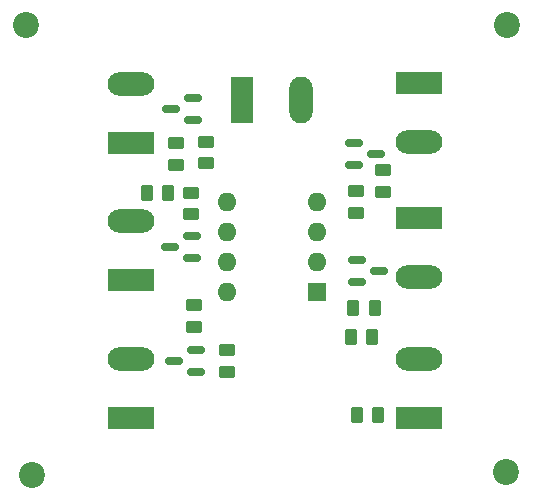
<source format=gbr>
%TF.GenerationSoftware,KiCad,Pcbnew,6.0.10-86aedd382b~118~ubuntu22.10.1*%
%TF.CreationDate,2023-02-01T22:33:22-08:00*%
%TF.ProjectId,lightBoard,6c696768-7442-46f6-9172-642e6b696361,rev?*%
%TF.SameCoordinates,Original*%
%TF.FileFunction,Soldermask,Bot*%
%TF.FilePolarity,Negative*%
%FSLAX46Y46*%
G04 Gerber Fmt 4.6, Leading zero omitted, Abs format (unit mm)*
G04 Created by KiCad (PCBNEW 6.0.10-86aedd382b~118~ubuntu22.10.1) date 2023-02-01 22:33:22*
%MOMM*%
%LPD*%
G01*
G04 APERTURE LIST*
G04 Aperture macros list*
%AMRoundRect*
0 Rectangle with rounded corners*
0 $1 Rounding radius*
0 $2 $3 $4 $5 $6 $7 $8 $9 X,Y pos of 4 corners*
0 Add a 4 corners polygon primitive as box body*
4,1,4,$2,$3,$4,$5,$6,$7,$8,$9,$2,$3,0*
0 Add four circle primitives for the rounded corners*
1,1,$1+$1,$2,$3*
1,1,$1+$1,$4,$5*
1,1,$1+$1,$6,$7*
1,1,$1+$1,$8,$9*
0 Add four rect primitives between the rounded corners*
20,1,$1+$1,$2,$3,$4,$5,0*
20,1,$1+$1,$4,$5,$6,$7,0*
20,1,$1+$1,$6,$7,$8,$9,0*
20,1,$1+$1,$8,$9,$2,$3,0*%
G04 Aperture macros list end*
%ADD10C,2.200000*%
%ADD11RoundRect,0.250000X0.450000X-0.262500X0.450000X0.262500X-0.450000X0.262500X-0.450000X-0.262500X0*%
%ADD12RoundRect,0.250000X-0.262500X-0.450000X0.262500X-0.450000X0.262500X0.450000X-0.262500X0.450000X0*%
%ADD13RoundRect,0.250000X-0.450000X0.262500X-0.450000X-0.262500X0.450000X-0.262500X0.450000X0.262500X0*%
%ADD14RoundRect,0.250000X0.262500X0.450000X-0.262500X0.450000X-0.262500X-0.450000X0.262500X-0.450000X0*%
%ADD15R,1.600000X1.600000*%
%ADD16O,1.600000X1.600000*%
%ADD17RoundRect,0.150000X0.587500X0.150000X-0.587500X0.150000X-0.587500X-0.150000X0.587500X-0.150000X0*%
%ADD18RoundRect,0.150000X-0.587500X-0.150000X0.587500X-0.150000X0.587500X0.150000X-0.587500X0.150000X0*%
%ADD19O,3.960000X1.980000*%
%ADD20R,3.960000X1.980000*%
%ADD21R,1.980000X3.960000*%
%ADD22O,1.980000X3.960000*%
G04 APERTURE END LIST*
D10*
%TO.C,REF\u002A\u002A*%
X150368000Y-73660000D03*
%TD*%
%TO.C,REF\u002A\u002A*%
X110236000Y-73914000D03*
%TD*%
%TO.C,REF\u002A\u002A*%
X109728000Y-35814000D03*
%TD*%
%TO.C,REF\u002A\u002A*%
X150498739Y-35814000D03*
%TD*%
D11*
%TO.C,R12*%
X122428000Y-47648500D03*
X122428000Y-45823500D03*
%TD*%
%TO.C,R11*%
X126746000Y-65174500D03*
X126746000Y-63349500D03*
%TD*%
D12*
%TO.C,R10*%
X119991500Y-50038000D03*
X121816500Y-50038000D03*
%TD*%
D11*
%TO.C,R9*%
X124968000Y-45673000D03*
X124968000Y-47498000D03*
%TD*%
D13*
%TO.C,R8*%
X123952000Y-59539500D03*
X123952000Y-61364500D03*
%TD*%
%TO.C,R7*%
X123698000Y-49991000D03*
X123698000Y-51816000D03*
%TD*%
%TO.C,R5*%
X139954000Y-48109500D03*
X139954000Y-49934500D03*
%TD*%
D12*
%TO.C,R4*%
X137263500Y-62230000D03*
X139088500Y-62230000D03*
%TD*%
D14*
%TO.C,R3*%
X137771500Y-68834000D03*
X139596500Y-68834000D03*
%TD*%
D11*
%TO.C,R2*%
X137668000Y-51712500D03*
X137668000Y-49887500D03*
%TD*%
D12*
%TO.C,R1*%
X137454500Y-59738000D03*
X139279500Y-59738000D03*
%TD*%
D15*
%TO.C,U1*%
X134356000Y-58410000D03*
D16*
X134356000Y-55870000D03*
X134356000Y-53330000D03*
X134356000Y-50790000D03*
X126736000Y-50790000D03*
X126736000Y-53330000D03*
X126736000Y-55870000D03*
X126736000Y-58410000D03*
%TD*%
D17*
%TO.C,Q6*%
X121998500Y-42926000D03*
X123873500Y-43876000D03*
X123873500Y-41976000D03*
%TD*%
%TO.C,Q5*%
X124127500Y-63312000D03*
X124127500Y-65212000D03*
X122252500Y-64262000D03*
%TD*%
%TO.C,Q4*%
X123795000Y-53660000D03*
X123795000Y-55560000D03*
X121920000Y-54610000D03*
%TD*%
D18*
%TO.C,Q2*%
X139367500Y-46736000D03*
X137492500Y-45786000D03*
X137492500Y-47686000D03*
%TD*%
%TO.C,Q1*%
X137744500Y-57592000D03*
X137744500Y-55692000D03*
X139619500Y-56642000D03*
%TD*%
D19*
%TO.C,J7*%
X118618000Y-40771000D03*
D20*
X118618000Y-45771000D03*
%TD*%
D19*
%TO.C,J6*%
X118618000Y-64059000D03*
D20*
X118618000Y-69059000D03*
%TD*%
D19*
%TO.C,J5*%
X118618000Y-52375000D03*
D20*
X118618000Y-57375000D03*
%TD*%
D21*
%TO.C,J4*%
X128016000Y-42164000D03*
D22*
X133016000Y-42164000D03*
%TD*%
D20*
%TO.C,J3*%
X143002000Y-69088000D03*
D19*
X143002000Y-64088000D03*
%TD*%
%TO.C,J2*%
X143002000Y-45698000D03*
D20*
X143002000Y-40698000D03*
%TD*%
D19*
%TO.C,J1*%
X143002000Y-57128000D03*
D20*
X143002000Y-52128000D03*
%TD*%
M02*

</source>
